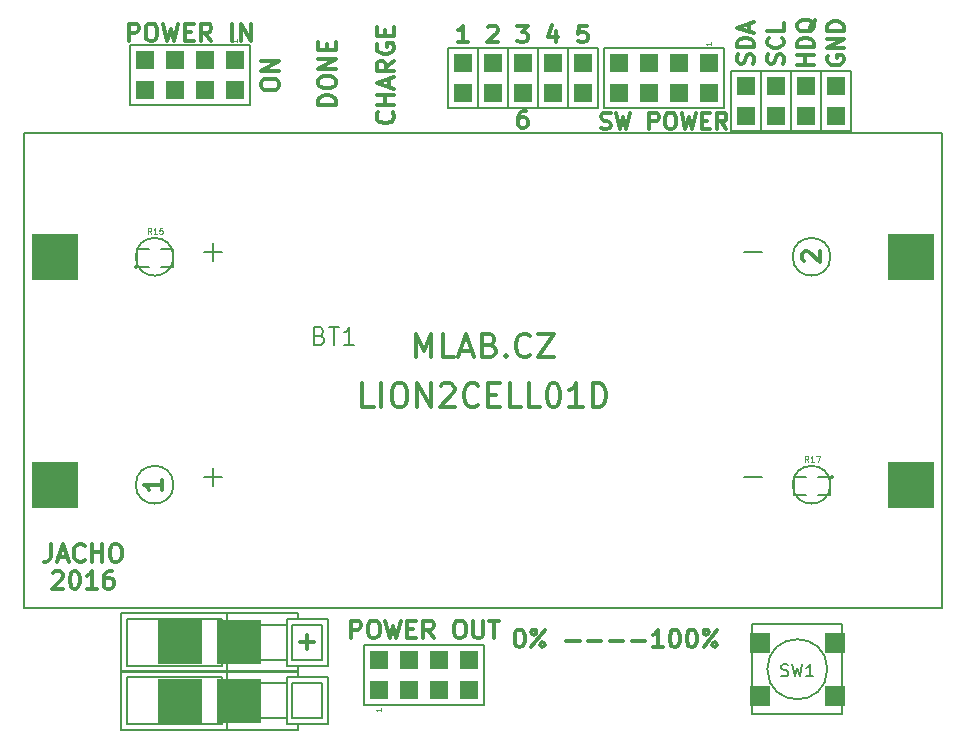
<source format=gbr>
%TF.GenerationSoftware,KiCad,Pcbnew,6.0.4-6f826c9f35~116~ubuntu20.04.1*%
%TF.CreationDate,2022-07-20T11:28:41+00:00*%
%TF.ProjectId,LION2CELL01D,4c494f4e-3243-4454-9c4c-3031442e6b69,rev?*%
%TF.SameCoordinates,Original*%
%TF.FileFunction,Legend,Top*%
%TF.FilePolarity,Positive*%
%FSLAX46Y46*%
G04 Gerber Fmt 4.6, Leading zero omitted, Abs format (unit mm)*
G04 Created by KiCad (PCBNEW 6.0.4-6f826c9f35~116~ubuntu20.04.1) date 2022-07-20 11:28:41*
%MOMM*%
%LPD*%
G01*
G04 APERTURE LIST*
%ADD10C,0.300000*%
%ADD11C,0.375000*%
%ADD12C,0.050000*%
%ADD13C,0.109220*%
%ADD14C,0.203200*%
%ADD15C,0.150000*%
%ADD16C,0.200000*%
%ADD17C,0.127000*%
%ADD18R,1.524000X1.524000*%
%ADD19R,3.810000X3.810000*%
%ADD20R,1.676400X1.676400*%
%ADD21R,4.000000X4.000000*%
G04 APERTURE END LIST*
D10*
X65971666Y56849666D02*
X66038333Y57049666D01*
X66038333Y57383000D01*
X65971666Y57516333D01*
X65905000Y57583000D01*
X65771666Y57649666D01*
X65638333Y57649666D01*
X65505000Y57583000D01*
X65438333Y57516333D01*
X65371666Y57383000D01*
X65305000Y57116333D01*
X65238333Y56983000D01*
X65171666Y56916333D01*
X65038333Y56849666D01*
X64905000Y56849666D01*
X64771666Y56916333D01*
X64705000Y56983000D01*
X64638333Y57116333D01*
X64638333Y57449666D01*
X64705000Y57649666D01*
X65905000Y59049666D02*
X65971666Y58983000D01*
X66038333Y58783000D01*
X66038333Y58649666D01*
X65971666Y58449666D01*
X65838333Y58316333D01*
X65705000Y58249666D01*
X65438333Y58183000D01*
X65238333Y58183000D01*
X64971666Y58249666D01*
X64838333Y58316333D01*
X64705000Y58449666D01*
X64638333Y58649666D01*
X64638333Y58783000D01*
X64705000Y58983000D01*
X64771666Y59049666D01*
X66038333Y60316333D02*
X66038333Y59649666D01*
X64638333Y59649666D01*
D11*
X67710928Y40147928D02*
X67639500Y40219357D01*
X67568071Y40362214D01*
X67568071Y40719357D01*
X67639500Y40862214D01*
X67710928Y40933642D01*
X67853785Y41005071D01*
X67996642Y41005071D01*
X68210928Y40933642D01*
X69068071Y40076500D01*
X69068071Y41005071D01*
D10*
X44208666Y52836666D02*
X43942000Y52836666D01*
X43808666Y52770000D01*
X43742000Y52703333D01*
X43608666Y52503333D01*
X43542000Y52236666D01*
X43542000Y51703333D01*
X43608666Y51570000D01*
X43675333Y51503333D01*
X43808666Y51436666D01*
X44075333Y51436666D01*
X44208666Y51503333D01*
X44275333Y51570000D01*
X44342000Y51703333D01*
X44342000Y52036666D01*
X44275333Y52170000D01*
X44208666Y52236666D01*
X44075333Y52303333D01*
X43808666Y52303333D01*
X43675333Y52236666D01*
X43608666Y52170000D01*
X43542000Y52036666D01*
X63431666Y56849666D02*
X63498333Y57049666D01*
X63498333Y57383000D01*
X63431666Y57516333D01*
X63365000Y57583000D01*
X63231666Y57649666D01*
X63098333Y57649666D01*
X62965000Y57583000D01*
X62898333Y57516333D01*
X62831666Y57383000D01*
X62765000Y57116333D01*
X62698333Y56983000D01*
X62631666Y56916333D01*
X62498333Y56849666D01*
X62365000Y56849666D01*
X62231666Y56916333D01*
X62165000Y56983000D01*
X62098333Y57116333D01*
X62098333Y57449666D01*
X62165000Y57649666D01*
X63498333Y58249666D02*
X62098333Y58249666D01*
X62098333Y58583000D01*
X62165000Y58783000D01*
X62298333Y58916333D01*
X62431666Y58983000D01*
X62698333Y59049666D01*
X62898333Y59049666D01*
X63165000Y58983000D01*
X63298333Y58916333D01*
X63431666Y58783000D01*
X63498333Y58583000D01*
X63498333Y58249666D01*
X63098333Y59583000D02*
X63098333Y60249666D01*
X63498333Y59449666D02*
X62098333Y59916333D01*
X63498333Y60383000D01*
D11*
X13378571Y21637571D02*
X13378571Y20780428D01*
X13378571Y21209000D02*
X11878571Y21209000D01*
X12092857Y21066142D01*
X12235714Y20923285D01*
X12307142Y20780428D01*
D10*
X43475333Y60075666D02*
X44342000Y60075666D01*
X43875333Y59542333D01*
X44075333Y59542333D01*
X44208666Y59475666D01*
X44275333Y59409000D01*
X44342000Y59275666D01*
X44342000Y58942333D01*
X44275333Y58809000D01*
X44208666Y58742333D01*
X44075333Y58675666D01*
X43675333Y58675666D01*
X43542000Y58742333D01*
X43475333Y58809000D01*
X29381428Y8211428D02*
X29381428Y9711428D01*
X29952857Y9711428D01*
X30095714Y9640000D01*
X30167142Y9568571D01*
X30238571Y9425714D01*
X30238571Y9211428D01*
X30167142Y9068571D01*
X30095714Y8997142D01*
X29952857Y8925714D01*
X29381428Y8925714D01*
X31167142Y9711428D02*
X31452857Y9711428D01*
X31595714Y9640000D01*
X31738571Y9497142D01*
X31810000Y9211428D01*
X31810000Y8711428D01*
X31738571Y8425714D01*
X31595714Y8282857D01*
X31452857Y8211428D01*
X31167142Y8211428D01*
X31024285Y8282857D01*
X30881428Y8425714D01*
X30810000Y8711428D01*
X30810000Y9211428D01*
X30881428Y9497142D01*
X31024285Y9640000D01*
X31167142Y9711428D01*
X32310000Y9711428D02*
X32667142Y8211428D01*
X32952857Y9282857D01*
X33238571Y8211428D01*
X33595714Y9711428D01*
X34167142Y8997142D02*
X34667142Y8997142D01*
X34881428Y8211428D02*
X34167142Y8211428D01*
X34167142Y9711428D01*
X34881428Y9711428D01*
X36381428Y8211428D02*
X35881428Y8925714D01*
X35524285Y8211428D02*
X35524285Y9711428D01*
X36095714Y9711428D01*
X36238571Y9640000D01*
X36310000Y9568571D01*
X36381428Y9425714D01*
X36381428Y9211428D01*
X36310000Y9068571D01*
X36238571Y8997142D01*
X36095714Y8925714D01*
X35524285Y8925714D01*
X38452857Y9711428D02*
X38738571Y9711428D01*
X38881428Y9640000D01*
X39024285Y9497142D01*
X39095714Y9211428D01*
X39095714Y8711428D01*
X39024285Y8425714D01*
X38881428Y8282857D01*
X38738571Y8211428D01*
X38452857Y8211428D01*
X38310000Y8282857D01*
X38167142Y8425714D01*
X38095714Y8711428D01*
X38095714Y9211428D01*
X38167142Y9497142D01*
X38310000Y9640000D01*
X38452857Y9711428D01*
X39738571Y9711428D02*
X39738571Y8497142D01*
X39810000Y8354285D01*
X39881428Y8282857D01*
X40024285Y8211428D01*
X40310000Y8211428D01*
X40452857Y8282857D01*
X40524285Y8354285D01*
X40595714Y8497142D01*
X40595714Y9711428D01*
X41095714Y9711428D02*
X41952857Y9711428D01*
X41524285Y8211428D02*
X41524285Y9711428D01*
X39262000Y58675666D02*
X38462000Y58675666D01*
X38862000Y58675666D02*
X38862000Y60075666D01*
X38728666Y59875666D01*
X38595333Y59742333D01*
X38462000Y59675666D01*
X25082571Y7893857D02*
X26225428Y7893857D01*
X25654000Y7322428D02*
X25654000Y8465285D01*
X49355333Y60075666D02*
X48688666Y60075666D01*
X48622000Y59409000D01*
X48688666Y59475666D01*
X48822000Y59542333D01*
X49155333Y59542333D01*
X49288666Y59475666D01*
X49355333Y59409000D01*
X49422000Y59275666D01*
X49422000Y58942333D01*
X49355333Y58809000D01*
X49288666Y58742333D01*
X49155333Y58675666D01*
X48822000Y58675666D01*
X48688666Y58742333D01*
X48622000Y58809000D01*
X3981000Y16188428D02*
X3981000Y15117000D01*
X3909571Y14902714D01*
X3766714Y14759857D01*
X3552428Y14688428D01*
X3409571Y14688428D01*
X4623857Y15117000D02*
X5338142Y15117000D01*
X4481000Y14688428D02*
X4981000Y16188428D01*
X5481000Y14688428D01*
X6838142Y14831285D02*
X6766714Y14759857D01*
X6552428Y14688428D01*
X6409571Y14688428D01*
X6195285Y14759857D01*
X6052428Y14902714D01*
X5981000Y15045571D01*
X5909571Y15331285D01*
X5909571Y15545571D01*
X5981000Y15831285D01*
X6052428Y15974142D01*
X6195285Y16117000D01*
X6409571Y16188428D01*
X6552428Y16188428D01*
X6766714Y16117000D01*
X6838142Y16045571D01*
X7481000Y14688428D02*
X7481000Y16188428D01*
X7481000Y15474142D02*
X8338142Y15474142D01*
X8338142Y14688428D02*
X8338142Y16188428D01*
X9338142Y16188428D02*
X9623857Y16188428D01*
X9766714Y16117000D01*
X9909571Y15974142D01*
X9981000Y15688428D01*
X9981000Y15188428D01*
X9909571Y14902714D01*
X9766714Y14759857D01*
X9623857Y14688428D01*
X9338142Y14688428D01*
X9195285Y14759857D01*
X9052428Y14902714D01*
X8981000Y15188428D01*
X8981000Y15688428D01*
X9052428Y15974142D01*
X9195285Y16117000D01*
X9338142Y16188428D01*
X28110571Y53364142D02*
X26610571Y53364142D01*
X26610571Y53721285D01*
X26682000Y53935571D01*
X26824857Y54078428D01*
X26967714Y54149857D01*
X27253428Y54221285D01*
X27467714Y54221285D01*
X27753428Y54149857D01*
X27896285Y54078428D01*
X28039142Y53935571D01*
X28110571Y53721285D01*
X28110571Y53364142D01*
X26610571Y55149857D02*
X26610571Y55435571D01*
X26682000Y55578428D01*
X26824857Y55721285D01*
X27110571Y55792714D01*
X27610571Y55792714D01*
X27896285Y55721285D01*
X28039142Y55578428D01*
X28110571Y55435571D01*
X28110571Y55149857D01*
X28039142Y55007000D01*
X27896285Y54864142D01*
X27610571Y54792714D01*
X27110571Y54792714D01*
X26824857Y54864142D01*
X26682000Y55007000D01*
X26610571Y55149857D01*
X28110571Y56435571D02*
X26610571Y56435571D01*
X28110571Y57292714D01*
X26610571Y57292714D01*
X27324857Y58007000D02*
X27324857Y58507000D01*
X28110571Y58721285D02*
X28110571Y58007000D01*
X26610571Y58007000D01*
X26610571Y58721285D01*
X50580000Y51376333D02*
X50780000Y51309666D01*
X51113333Y51309666D01*
X51246666Y51376333D01*
X51313333Y51443000D01*
X51380000Y51576333D01*
X51380000Y51709666D01*
X51313333Y51843000D01*
X51246666Y51909666D01*
X51113333Y51976333D01*
X50846666Y52043000D01*
X50713333Y52109666D01*
X50646666Y52176333D01*
X50580000Y52309666D01*
X50580000Y52443000D01*
X50646666Y52576333D01*
X50713333Y52643000D01*
X50846666Y52709666D01*
X51180000Y52709666D01*
X51380000Y52643000D01*
X51846666Y52709666D02*
X52180000Y51309666D01*
X52446666Y52309666D01*
X52713333Y51309666D01*
X53046666Y52709666D01*
X54646666Y51309666D02*
X54646666Y52709666D01*
X55180000Y52709666D01*
X55313333Y52643000D01*
X55380000Y52576333D01*
X55446666Y52443000D01*
X55446666Y52243000D01*
X55380000Y52109666D01*
X55313333Y52043000D01*
X55180000Y51976333D01*
X54646666Y51976333D01*
X56313333Y52709666D02*
X56580000Y52709666D01*
X56713333Y52643000D01*
X56846666Y52509666D01*
X56913333Y52243000D01*
X56913333Y51776333D01*
X56846666Y51509666D01*
X56713333Y51376333D01*
X56580000Y51309666D01*
X56313333Y51309666D01*
X56180000Y51376333D01*
X56046666Y51509666D01*
X55980000Y51776333D01*
X55980000Y52243000D01*
X56046666Y52509666D01*
X56180000Y52643000D01*
X56313333Y52709666D01*
X57380000Y52709666D02*
X57713333Y51309666D01*
X57980000Y52309666D01*
X58246666Y51309666D01*
X58580000Y52709666D01*
X59113333Y52043000D02*
X59580000Y52043000D01*
X59780000Y51309666D02*
X59113333Y51309666D01*
X59113333Y52709666D01*
X59780000Y52709666D01*
X61180000Y51309666D02*
X60713333Y51976333D01*
X60380000Y51309666D02*
X60380000Y52709666D01*
X60913333Y52709666D01*
X61046666Y52643000D01*
X61113333Y52576333D01*
X61180000Y52443000D01*
X61180000Y52243000D01*
X61113333Y52109666D01*
X61046666Y52043000D01*
X60913333Y51976333D01*
X60380000Y51976333D01*
X41002000Y59942333D02*
X41068666Y60009000D01*
X41202000Y60075666D01*
X41535333Y60075666D01*
X41668666Y60009000D01*
X41735333Y59942333D01*
X41802000Y59809000D01*
X41802000Y59675666D01*
X41735333Y59475666D01*
X40935333Y58675666D01*
X41802000Y58675666D01*
X21784571Y54951428D02*
X21784571Y55237142D01*
X21856000Y55380000D01*
X21998857Y55522857D01*
X22284571Y55594285D01*
X22784571Y55594285D01*
X23070285Y55522857D01*
X23213142Y55380000D01*
X23284571Y55237142D01*
X23284571Y54951428D01*
X23213142Y54808571D01*
X23070285Y54665714D01*
X22784571Y54594285D01*
X22284571Y54594285D01*
X21998857Y54665714D01*
X21856000Y54808571D01*
X21784571Y54951428D01*
X23284571Y56237142D02*
X21784571Y56237142D01*
X23284571Y57094285D01*
X21784571Y57094285D01*
X69785000Y57522666D02*
X69718333Y57389333D01*
X69718333Y57189333D01*
X69785000Y56989333D01*
X69918333Y56856000D01*
X70051666Y56789333D01*
X70318333Y56722666D01*
X70518333Y56722666D01*
X70785000Y56789333D01*
X70918333Y56856000D01*
X71051666Y56989333D01*
X71118333Y57189333D01*
X71118333Y57322666D01*
X71051666Y57522666D01*
X70985000Y57589333D01*
X70518333Y57589333D01*
X70518333Y57322666D01*
X71118333Y58189333D02*
X69718333Y58189333D01*
X71118333Y58989333D01*
X69718333Y58989333D01*
X71118333Y59656000D02*
X69718333Y59656000D01*
X69718333Y59989333D01*
X69785000Y60189333D01*
X69918333Y60322666D01*
X70051666Y60389333D01*
X70318333Y60456000D01*
X70518333Y60456000D01*
X70785000Y60389333D01*
X70918333Y60322666D01*
X71051666Y60189333D01*
X71118333Y59989333D01*
X71118333Y59656000D01*
X4159571Y13759571D02*
X4231000Y13831000D01*
X4373857Y13902428D01*
X4731000Y13902428D01*
X4873857Y13831000D01*
X4945285Y13759571D01*
X5016714Y13616714D01*
X5016714Y13473857D01*
X4945285Y13259571D01*
X4088142Y12402428D01*
X5016714Y12402428D01*
X5945285Y13902428D02*
X6088142Y13902428D01*
X6231000Y13831000D01*
X6302428Y13759571D01*
X6373857Y13616714D01*
X6445285Y13331000D01*
X6445285Y12973857D01*
X6373857Y12688142D01*
X6302428Y12545285D01*
X6231000Y12473857D01*
X6088142Y12402428D01*
X5945285Y12402428D01*
X5802428Y12473857D01*
X5731000Y12545285D01*
X5659571Y12688142D01*
X5588142Y12973857D01*
X5588142Y13331000D01*
X5659571Y13616714D01*
X5731000Y13759571D01*
X5802428Y13831000D01*
X5945285Y13902428D01*
X7873857Y12402428D02*
X7016714Y12402428D01*
X7445285Y12402428D02*
X7445285Y13902428D01*
X7302428Y13688142D01*
X7159571Y13545285D01*
X7016714Y13473857D01*
X9159571Y13902428D02*
X8873857Y13902428D01*
X8731000Y13831000D01*
X8659571Y13759571D01*
X8516714Y13545285D01*
X8445285Y13259571D01*
X8445285Y12688142D01*
X8516714Y12545285D01*
X8588142Y12473857D01*
X8731000Y12402428D01*
X9016714Y12402428D01*
X9159571Y12473857D01*
X9231000Y12545285D01*
X9302428Y12688142D01*
X9302428Y13045285D01*
X9231000Y13188142D01*
X9159571Y13259571D01*
X9016714Y13331000D01*
X8731000Y13331000D01*
X8588142Y13259571D01*
X8516714Y13188142D01*
X8445285Y13045285D01*
X10569428Y58757428D02*
X10569428Y60257428D01*
X11140857Y60257428D01*
X11283714Y60186000D01*
X11355142Y60114571D01*
X11426571Y59971714D01*
X11426571Y59757428D01*
X11355142Y59614571D01*
X11283714Y59543142D01*
X11140857Y59471714D01*
X10569428Y59471714D01*
X12355142Y60257428D02*
X12640857Y60257428D01*
X12783714Y60186000D01*
X12926571Y60043142D01*
X12998000Y59757428D01*
X12998000Y59257428D01*
X12926571Y58971714D01*
X12783714Y58828857D01*
X12640857Y58757428D01*
X12355142Y58757428D01*
X12212285Y58828857D01*
X12069428Y58971714D01*
X11998000Y59257428D01*
X11998000Y59757428D01*
X12069428Y60043142D01*
X12212285Y60186000D01*
X12355142Y60257428D01*
X13498000Y60257428D02*
X13855142Y58757428D01*
X14140857Y59828857D01*
X14426571Y58757428D01*
X14783714Y60257428D01*
X15355142Y59543142D02*
X15855142Y59543142D01*
X16069428Y58757428D02*
X15355142Y58757428D01*
X15355142Y60257428D01*
X16069428Y60257428D01*
X17569428Y58757428D02*
X17069428Y59471714D01*
X16712285Y58757428D02*
X16712285Y60257428D01*
X17283714Y60257428D01*
X17426571Y60186000D01*
X17498000Y60114571D01*
X17569428Y59971714D01*
X17569428Y59757428D01*
X17498000Y59614571D01*
X17426571Y59543142D01*
X17283714Y59471714D01*
X16712285Y59471714D01*
X19355142Y58757428D02*
X19355142Y60257428D01*
X20069428Y58757428D02*
X20069428Y60257428D01*
X20926571Y58757428D01*
X20926571Y60257428D01*
X34878095Y31988238D02*
X34878095Y33988238D01*
X35544761Y32559666D01*
X36211428Y33988238D01*
X36211428Y31988238D01*
X38116190Y31988238D02*
X37163809Y31988238D01*
X37163809Y33988238D01*
X38687619Y32559666D02*
X39640000Y32559666D01*
X38497142Y31988238D02*
X39163809Y33988238D01*
X39830476Y31988238D01*
X41163809Y33035857D02*
X41449523Y32940619D01*
X41544761Y32845380D01*
X41640000Y32654904D01*
X41640000Y32369190D01*
X41544761Y32178714D01*
X41449523Y32083476D01*
X41259047Y31988238D01*
X40497142Y31988238D01*
X40497142Y33988238D01*
X41163809Y33988238D01*
X41354285Y33893000D01*
X41449523Y33797761D01*
X41544761Y33607285D01*
X41544761Y33416809D01*
X41449523Y33226333D01*
X41354285Y33131095D01*
X41163809Y33035857D01*
X40497142Y33035857D01*
X42497142Y32178714D02*
X42592380Y32083476D01*
X42497142Y31988238D01*
X42401904Y32083476D01*
X42497142Y32178714D01*
X42497142Y31988238D01*
X44592380Y32178714D02*
X44497142Y32083476D01*
X44211428Y31988238D01*
X44020952Y31988238D01*
X43735238Y32083476D01*
X43544761Y32273952D01*
X43449523Y32464428D01*
X43354285Y32845380D01*
X43354285Y33131095D01*
X43449523Y33512047D01*
X43544761Y33702523D01*
X43735238Y33893000D01*
X44020952Y33988238D01*
X44211428Y33988238D01*
X44497142Y33893000D01*
X44592380Y33797761D01*
X45259047Y33988238D02*
X46592380Y33988238D01*
X45259047Y31988238D01*
X46592380Y31988238D01*
X31306666Y27797238D02*
X30354285Y27797238D01*
X30354285Y29797238D01*
X31973333Y27797238D02*
X31973333Y29797238D01*
X33306666Y29797238D02*
X33687619Y29797238D01*
X33878095Y29702000D01*
X34068571Y29511523D01*
X34163809Y29130571D01*
X34163809Y28463904D01*
X34068571Y28082952D01*
X33878095Y27892476D01*
X33687619Y27797238D01*
X33306666Y27797238D01*
X33116190Y27892476D01*
X32925714Y28082952D01*
X32830476Y28463904D01*
X32830476Y29130571D01*
X32925714Y29511523D01*
X33116190Y29702000D01*
X33306666Y29797238D01*
X35020952Y27797238D02*
X35020952Y29797238D01*
X36163809Y27797238D01*
X36163809Y29797238D01*
X37020952Y29606761D02*
X37116190Y29702000D01*
X37306666Y29797238D01*
X37782857Y29797238D01*
X37973333Y29702000D01*
X38068571Y29606761D01*
X38163809Y29416285D01*
X38163809Y29225809D01*
X38068571Y28940095D01*
X36925714Y27797238D01*
X38163809Y27797238D01*
X40163809Y27987714D02*
X40068571Y27892476D01*
X39782857Y27797238D01*
X39592380Y27797238D01*
X39306666Y27892476D01*
X39116190Y28082952D01*
X39020952Y28273428D01*
X38925714Y28654380D01*
X38925714Y28940095D01*
X39020952Y29321047D01*
X39116190Y29511523D01*
X39306666Y29702000D01*
X39592380Y29797238D01*
X39782857Y29797238D01*
X40068571Y29702000D01*
X40163809Y29606761D01*
X41020952Y28844857D02*
X41687619Y28844857D01*
X41973333Y27797238D02*
X41020952Y27797238D01*
X41020952Y29797238D01*
X41973333Y29797238D01*
X43782857Y27797238D02*
X42830476Y27797238D01*
X42830476Y29797238D01*
X45401904Y27797238D02*
X44449523Y27797238D01*
X44449523Y29797238D01*
X46449523Y29797238D02*
X46640000Y29797238D01*
X46830476Y29702000D01*
X46925714Y29606761D01*
X47020952Y29416285D01*
X47116190Y29035333D01*
X47116190Y28559142D01*
X47020952Y28178190D01*
X46925714Y27987714D01*
X46830476Y27892476D01*
X46640000Y27797238D01*
X46449523Y27797238D01*
X46259047Y27892476D01*
X46163809Y27987714D01*
X46068571Y28178190D01*
X45973333Y28559142D01*
X45973333Y29035333D01*
X46068571Y29416285D01*
X46163809Y29606761D01*
X46259047Y29702000D01*
X46449523Y29797238D01*
X49020952Y27797238D02*
X47878095Y27797238D01*
X48449523Y27797238D02*
X48449523Y29797238D01*
X48259047Y29511523D01*
X48068571Y29321047D01*
X47878095Y29225809D01*
X49878095Y27797238D02*
X49878095Y29797238D01*
X50354285Y29797238D01*
X50640000Y29702000D01*
X50830476Y29511523D01*
X50925714Y29321047D01*
X51020952Y28940095D01*
X51020952Y28654380D01*
X50925714Y28273428D01*
X50830476Y28082952D01*
X50640000Y27892476D01*
X50354285Y27797238D01*
X49878095Y27797238D01*
X46748666Y59609000D02*
X46748666Y58675666D01*
X46415333Y60142333D02*
X46082000Y59142333D01*
X46948666Y59142333D01*
X68578333Y56789333D02*
X67178333Y56789333D01*
X67845000Y56789333D02*
X67845000Y57589333D01*
X68578333Y57589333D02*
X67178333Y57589333D01*
X68578333Y58256000D02*
X67178333Y58256000D01*
X67178333Y58589333D01*
X67245000Y58789333D01*
X67378333Y58922666D01*
X67511666Y58989333D01*
X67778333Y59056000D01*
X67978333Y59056000D01*
X68245000Y58989333D01*
X68378333Y58922666D01*
X68511666Y58789333D01*
X68578333Y58589333D01*
X68578333Y58256000D01*
X68711666Y60589333D02*
X68645000Y60456000D01*
X68511666Y60322666D01*
X68311666Y60122666D01*
X68245000Y59989333D01*
X68245000Y59856000D01*
X68578333Y59922666D02*
X68511666Y59789333D01*
X68378333Y59656000D01*
X68111666Y59589333D01*
X67645000Y59589333D01*
X67378333Y59656000D01*
X67245000Y59789333D01*
X67178333Y59922666D01*
X67178333Y60189333D01*
X67245000Y60322666D01*
X67378333Y60456000D01*
X67645000Y60522666D01*
X68111666Y60522666D01*
X68378333Y60456000D01*
X68511666Y60322666D01*
X68578333Y60189333D01*
X68578333Y59922666D01*
X32920714Y52737142D02*
X32992142Y52665714D01*
X33063571Y52451428D01*
X33063571Y52308571D01*
X32992142Y52094285D01*
X32849285Y51951428D01*
X32706428Y51880000D01*
X32420714Y51808571D01*
X32206428Y51808571D01*
X31920714Y51880000D01*
X31777857Y51951428D01*
X31635000Y52094285D01*
X31563571Y52308571D01*
X31563571Y52451428D01*
X31635000Y52665714D01*
X31706428Y52737142D01*
X33063571Y53380000D02*
X31563571Y53380000D01*
X32277857Y53380000D02*
X32277857Y54237142D01*
X33063571Y54237142D02*
X31563571Y54237142D01*
X32635000Y54880000D02*
X32635000Y55594285D01*
X33063571Y54737142D02*
X31563571Y55237142D01*
X33063571Y55737142D01*
X33063571Y57094285D02*
X32349285Y56594285D01*
X33063571Y56237142D02*
X31563571Y56237142D01*
X31563571Y56808571D01*
X31635000Y56951428D01*
X31706428Y57022857D01*
X31849285Y57094285D01*
X32063571Y57094285D01*
X32206428Y57022857D01*
X32277857Y56951428D01*
X32349285Y56808571D01*
X32349285Y56237142D01*
X31635000Y58522857D02*
X31563571Y58380000D01*
X31563571Y58165714D01*
X31635000Y57951428D01*
X31777857Y57808571D01*
X31920714Y57737142D01*
X32206428Y57665714D01*
X32420714Y57665714D01*
X32706428Y57737142D01*
X32849285Y57808571D01*
X32992142Y57951428D01*
X33063571Y58165714D01*
X33063571Y58308571D01*
X32992142Y58522857D01*
X32920714Y58594285D01*
X32420714Y58594285D01*
X32420714Y58308571D01*
X32277857Y59237142D02*
X32277857Y59737142D01*
X33063571Y59951428D02*
X33063571Y59237142D01*
X31563571Y59237142D01*
X31563571Y59951428D01*
X43601714Y8949428D02*
X43744571Y8949428D01*
X43887428Y8878000D01*
X43958857Y8806571D01*
X44030285Y8663714D01*
X44101714Y8378000D01*
X44101714Y8020857D01*
X44030285Y7735142D01*
X43958857Y7592285D01*
X43887428Y7520857D01*
X43744571Y7449428D01*
X43601714Y7449428D01*
X43458857Y7520857D01*
X43387428Y7592285D01*
X43316000Y7735142D01*
X43244571Y8020857D01*
X43244571Y8378000D01*
X43316000Y8663714D01*
X43387428Y8806571D01*
X43458857Y8878000D01*
X43601714Y8949428D01*
X44673142Y7449428D02*
X45816000Y8949428D01*
X44887428Y8949428D02*
X45030285Y8878000D01*
X45101714Y8735142D01*
X45030285Y8592285D01*
X44887428Y8520857D01*
X44744571Y8592285D01*
X44673142Y8735142D01*
X44744571Y8878000D01*
X44887428Y8949428D01*
X45744571Y7520857D02*
X45816000Y7663714D01*
X45744571Y7806571D01*
X45601714Y7878000D01*
X45458857Y7806571D01*
X45387428Y7663714D01*
X45458857Y7520857D01*
X45601714Y7449428D01*
X45744571Y7520857D01*
X47601714Y8020857D02*
X48744571Y8020857D01*
X49458857Y8020857D02*
X50601714Y8020857D01*
X51316000Y8020857D02*
X52458857Y8020857D01*
X53173142Y8020857D02*
X54316000Y8020857D01*
X55816000Y7449428D02*
X54958857Y7449428D01*
X55387428Y7449428D02*
X55387428Y8949428D01*
X55244571Y8735142D01*
X55101714Y8592285D01*
X54958857Y8520857D01*
X56744571Y8949428D02*
X56887428Y8949428D01*
X57030285Y8878000D01*
X57101714Y8806571D01*
X57173142Y8663714D01*
X57244571Y8378000D01*
X57244571Y8020857D01*
X57173142Y7735142D01*
X57101714Y7592285D01*
X57030285Y7520857D01*
X56887428Y7449428D01*
X56744571Y7449428D01*
X56601714Y7520857D01*
X56530285Y7592285D01*
X56458857Y7735142D01*
X56387428Y8020857D01*
X56387428Y8378000D01*
X56458857Y8663714D01*
X56530285Y8806571D01*
X56601714Y8878000D01*
X56744571Y8949428D01*
X58173142Y8949428D02*
X58316000Y8949428D01*
X58458857Y8878000D01*
X58530285Y8806571D01*
X58601714Y8663714D01*
X58673142Y8378000D01*
X58673142Y8020857D01*
X58601714Y7735142D01*
X58530285Y7592285D01*
X58458857Y7520857D01*
X58316000Y7449428D01*
X58173142Y7449428D01*
X58030285Y7520857D01*
X57958857Y7592285D01*
X57887428Y7735142D01*
X57816000Y8020857D01*
X57816000Y8378000D01*
X57887428Y8663714D01*
X57958857Y8806571D01*
X58030285Y8878000D01*
X58173142Y8949428D01*
X59244571Y7449428D02*
X60387428Y8949428D01*
X59458857Y8949428D02*
X59601714Y8878000D01*
X59673142Y8735142D01*
X59601714Y8592285D01*
X59458857Y8520857D01*
X59316000Y8592285D01*
X59244571Y8735142D01*
X59316000Y8878000D01*
X59458857Y8949428D01*
X60316000Y7520857D02*
X60387428Y7663714D01*
X60316000Y7806571D01*
X60173142Y7878000D01*
X60030285Y7806571D01*
X59958857Y7663714D01*
X60030285Y7520857D01*
X60173142Y7449428D01*
X60316000Y7520857D01*
D12*
%TO.C,J1*%
X19784190Y58943857D02*
X19784190Y58658142D01*
X19784190Y58801000D02*
X19284190Y58801000D01*
X19355619Y58753380D01*
X19403238Y58705761D01*
X19427047Y58658142D01*
%TO.C,J7*%
X31976190Y2301857D02*
X31976190Y2016142D01*
X31976190Y2159000D02*
X31476190Y2159000D01*
X31547619Y2111380D01*
X31595238Y2063761D01*
X31619047Y2016142D01*
%TO.C,J13*%
X59916190Y58689857D02*
X59916190Y58404142D01*
X59916190Y58547000D02*
X59416190Y58547000D01*
X59487619Y58499380D01*
X59535238Y58451761D01*
X59559047Y58404142D01*
D13*
%TO.C,R15*%
X12505327Y42445637D02*
X12338533Y42683913D01*
X12219395Y42445637D02*
X12219395Y42946017D01*
X12410016Y42946017D01*
X12457671Y42922190D01*
X12481499Y42898362D01*
X12505327Y42850707D01*
X12505327Y42779224D01*
X12481499Y42731569D01*
X12457671Y42707741D01*
X12410016Y42683913D01*
X12219395Y42683913D01*
X12981879Y42445637D02*
X12695948Y42445637D01*
X12838913Y42445637D02*
X12838913Y42946017D01*
X12791258Y42874534D01*
X12743603Y42826879D01*
X12695948Y42803051D01*
X13434604Y42946017D02*
X13196328Y42946017D01*
X13172500Y42707741D01*
X13196328Y42731569D01*
X13243983Y42755396D01*
X13363121Y42755396D01*
X13410776Y42731569D01*
X13434604Y42707741D01*
X13458431Y42660086D01*
X13458431Y42540948D01*
X13434604Y42493292D01*
X13410776Y42469465D01*
X13363121Y42445637D01*
X13243983Y42445637D01*
X13196328Y42469465D01*
X13172500Y42493292D01*
%TO.C,R17*%
X68131327Y23141637D02*
X67964533Y23379913D01*
X67845395Y23141637D02*
X67845395Y23642017D01*
X68036016Y23642017D01*
X68083671Y23618190D01*
X68107499Y23594362D01*
X68131327Y23546707D01*
X68131327Y23475224D01*
X68107499Y23427569D01*
X68083671Y23403741D01*
X68036016Y23379913D01*
X67845395Y23379913D01*
X68607879Y23141637D02*
X68321948Y23141637D01*
X68464913Y23141637D02*
X68464913Y23642017D01*
X68417258Y23570534D01*
X68369603Y23522879D01*
X68321948Y23499051D01*
X68774672Y23642017D02*
X69108259Y23642017D01*
X68893810Y23141637D01*
D14*
%TO.C,SW1*%
X65828333Y5049761D02*
X65973476Y5001380D01*
X66215380Y5001380D01*
X66312142Y5049761D01*
X66360523Y5098142D01*
X66408904Y5194904D01*
X66408904Y5291666D01*
X66360523Y5388428D01*
X66312142Y5436809D01*
X66215380Y5485190D01*
X66021857Y5533571D01*
X65925095Y5581952D01*
X65876714Y5630333D01*
X65828333Y5727095D01*
X65828333Y5823857D01*
X65876714Y5920619D01*
X65925095Y5969000D01*
X66021857Y6017380D01*
X66263761Y6017380D01*
X66408904Y5969000D01*
X66747571Y6017380D02*
X66989476Y5001380D01*
X67183000Y5727095D01*
X67376523Y5001380D01*
X67618428Y6017380D01*
X68537666Y5001380D02*
X67957095Y5001380D01*
X68247380Y5001380D02*
X68247380Y6017380D01*
X68150619Y5872238D01*
X68053857Y5775476D01*
X67957095Y5727095D01*
D15*
%TO.C,BT1*%
X26761428Y33825642D02*
X26975714Y33754214D01*
X27047142Y33682785D01*
X27118571Y33539928D01*
X27118571Y33325642D01*
X27047142Y33182785D01*
X26975714Y33111357D01*
X26832857Y33039928D01*
X26261428Y33039928D01*
X26261428Y34539928D01*
X26761428Y34539928D01*
X26904285Y34468500D01*
X26975714Y34397071D01*
X27047142Y34254214D01*
X27047142Y34111357D01*
X26975714Y33968500D01*
X26904285Y33897071D01*
X26761428Y33825642D01*
X26261428Y33825642D01*
X27547142Y34539928D02*
X28404285Y34539928D01*
X27975714Y33039928D02*
X27975714Y34539928D01*
X29690000Y33039928D02*
X28832857Y33039928D01*
X29261428Y33039928D02*
X29261428Y34539928D01*
X29118571Y34325642D01*
X28975714Y34182785D01*
X28832857Y34111357D01*
D16*
X62674595Y21828142D02*
X64198404Y21828142D01*
X16954595Y40878142D02*
X18478404Y40878142D01*
X17716500Y40116238D02*
X17716500Y41640047D01*
X16954595Y21828142D02*
X18478404Y21828142D01*
X17716500Y21066238D02*
X17716500Y22590047D01*
X62674595Y40878142D02*
X64198404Y40878142D01*
D15*
%TO.C,J1*%
X10668000Y58420000D02*
X20828000Y58420000D01*
X20828000Y58420000D02*
X20828000Y53340000D01*
X10668000Y53340000D02*
X10668000Y58420000D01*
X20828000Y53340000D02*
X10668000Y53340000D01*
%TO.C,J2*%
X50292000Y58166000D02*
X50292000Y53086000D01*
X50292000Y53086000D02*
X47752000Y53086000D01*
X47752000Y53086000D02*
X47752000Y58166000D01*
X47752000Y58166000D02*
X50292000Y58166000D01*
%TO.C,J3*%
X37592000Y53086000D02*
X37592000Y58166000D01*
X40132000Y53086000D02*
X37592000Y53086000D01*
X40132000Y58166000D02*
X40132000Y53086000D01*
X37592000Y58166000D02*
X40132000Y58166000D01*
%TO.C,J4*%
X45212000Y53086000D02*
X42672000Y53086000D01*
X42672000Y58166000D02*
X45212000Y58166000D01*
X45212000Y58166000D02*
X45212000Y53086000D01*
X42672000Y53086000D02*
X42672000Y58166000D01*
%TO.C,J5*%
X47752000Y53086000D02*
X45212000Y53086000D01*
X45212000Y58166000D02*
X47752000Y58166000D01*
X45212000Y53086000D02*
X45212000Y58166000D01*
X47752000Y58166000D02*
X47752000Y53086000D01*
%TO.C,J6*%
X42672000Y53086000D02*
X40132000Y53086000D01*
X40132000Y58166000D02*
X42672000Y58166000D01*
X42672000Y58166000D02*
X42672000Y53086000D01*
X40132000Y53086000D02*
X40132000Y58166000D01*
%TO.C,J7*%
X40640000Y2540000D02*
X30480000Y2540000D01*
X30480000Y2540000D02*
X30480000Y7620000D01*
X30480000Y7620000D02*
X40640000Y7620000D01*
X40640000Y7620000D02*
X40640000Y2540000D01*
%TO.C,J9*%
X18438900Y4921000D02*
X18438900Y921000D01*
X20939000Y1420900D02*
X20939000Y4421100D01*
X10438900Y921000D02*
X10438900Y4921000D01*
X9939000Y5421000D02*
X18939000Y5421000D01*
X24439100Y1421000D02*
X26939000Y1421000D01*
X23939000Y4921000D02*
X27440000Y4921000D01*
X18438900Y1921000D02*
X18939000Y1921000D01*
X20939000Y4421000D02*
X23939000Y4421000D01*
X10438900Y921000D02*
X18438900Y921000D01*
X18939000Y5421000D02*
X24939000Y5421000D01*
X18939000Y420900D02*
X18939000Y5421100D01*
X26939000Y1420000D02*
X26939000Y4422000D01*
X10438900Y4921000D02*
X18438900Y4921000D01*
X24439100Y4421000D02*
X26939000Y4421000D01*
X27439100Y4921000D02*
X27439100Y921000D01*
X9939000Y420900D02*
X9939000Y5421100D01*
X23939000Y921000D02*
X27439100Y921000D01*
X18939000Y421000D02*
X9939000Y421000D01*
X24439100Y1420000D02*
X24439100Y4422000D01*
X24939000Y4921000D02*
X24939000Y5421000D01*
X24939000Y421000D02*
X24939000Y921000D01*
X20939000Y1421000D02*
X23939000Y1421000D01*
X18939000Y421000D02*
X24939000Y421000D01*
X23939000Y4921000D02*
X23939000Y921000D01*
X18438900Y3921000D02*
X18939000Y3921000D01*
%TO.C,J10*%
X61595000Y51181000D02*
X61595000Y56261000D01*
X61595000Y56261000D02*
X64135000Y56261000D01*
X64135000Y56261000D02*
X64135000Y51181000D01*
X64135000Y51181000D02*
X61595000Y51181000D01*
%TO.C,J11*%
X66675000Y56261000D02*
X66675000Y51181000D01*
X66675000Y51181000D02*
X64135000Y51181000D01*
X64135000Y51181000D02*
X64135000Y56261000D01*
X64135000Y56261000D02*
X66675000Y56261000D01*
%TO.C,J12*%
X69215000Y51181000D02*
X66675000Y51181000D01*
X69215000Y56261000D02*
X69215000Y51181000D01*
X66675000Y56261000D02*
X69215000Y56261000D01*
X66675000Y51181000D02*
X66675000Y56261000D01*
%TO.C,J13*%
X60960000Y58166000D02*
X60960000Y53086000D01*
X50800000Y53086000D02*
X50800000Y58166000D01*
X50800000Y58166000D02*
X60960000Y58166000D01*
X60960000Y53086000D02*
X50800000Y53086000D01*
%TO.C,R15*%
X13335000Y41148000D02*
X14351000Y41148000D01*
X14351000Y41148000D02*
X14351000Y39624000D01*
X12319000Y39624000D02*
X11303000Y39624000D01*
X14351000Y39624000D02*
X13335000Y39624000D01*
X11303000Y39624000D02*
X11303000Y41148000D01*
X11303000Y41148000D02*
X12319000Y41148000D01*
X11303000Y39624000D02*
G75*
G03*
X11303000Y39624000I-127000J0D01*
G01*
%TO.C,R17*%
X69977000Y21844000D02*
X69977000Y20320000D01*
X66929000Y21844000D02*
X67945000Y21844000D01*
X68961000Y21844000D02*
X69977000Y21844000D01*
X66929000Y20320000D02*
X66929000Y21844000D01*
X67945000Y20320000D02*
X66929000Y20320000D01*
X69977000Y20320000D02*
X68961000Y20320000D01*
X70231000Y21844000D02*
G75*
G03*
X70231000Y21844000I-127000J0D01*
G01*
%TO.C,J8*%
X18939000Y10374000D02*
X24939000Y10374000D01*
X9939000Y5373900D02*
X9939000Y10374100D01*
X20939000Y9374000D02*
X23939000Y9374000D01*
X9939000Y10374000D02*
X18939000Y10374000D01*
X24439100Y9374000D02*
X26939000Y9374000D01*
X18939000Y5373900D02*
X18939000Y10374100D01*
X24939000Y5374000D02*
X24939000Y5874000D01*
X10438900Y9874000D02*
X18438900Y9874000D01*
X23939000Y9874000D02*
X23939000Y5874000D01*
X24939000Y9874000D02*
X24939000Y10374000D01*
X26939000Y6373000D02*
X26939000Y9375000D01*
X27439100Y9874000D02*
X27439100Y5874000D01*
X24439100Y6374000D02*
X26939000Y6374000D01*
X20939000Y6374000D02*
X23939000Y6374000D01*
X18438900Y6874000D02*
X18939000Y6874000D01*
X18438900Y9874000D02*
X18438900Y5874000D01*
X24439100Y6373000D02*
X24439100Y9375000D01*
X10438900Y5874000D02*
X10438900Y9874000D01*
X10438900Y5874000D02*
X18438900Y5874000D01*
X23939000Y9874000D02*
X27440000Y9874000D01*
X23939000Y5874000D02*
X27439100Y5874000D01*
X20939000Y6373900D02*
X20939000Y9374100D01*
X18438900Y8874000D02*
X18939000Y8874000D01*
X18939000Y5374000D02*
X9939000Y5374000D01*
X18939000Y5374000D02*
X24939000Y5374000D01*
D17*
%TO.C,SW1*%
X63373000Y9398000D02*
X63373000Y1778000D01*
X70993000Y9398000D02*
X70993000Y1778000D01*
X70993000Y1778000D02*
X63373000Y1778000D01*
X63373000Y9398000D02*
X70993000Y9398000D01*
X69723000Y5588000D02*
G75*
G03*
X69723000Y5588000I-2540000J0D01*
G01*
D15*
%TO.C,J14*%
X69215000Y51181000D02*
X69215000Y56261000D01*
X71755000Y56261000D02*
X71755000Y51181000D01*
X71755000Y51181000D02*
X69215000Y51181000D01*
X69215000Y56261000D02*
X71755000Y56261000D01*
D16*
%TO.C,BT1*%
X1726500Y10756000D02*
X79426500Y10756000D01*
X79426500Y10756000D02*
X79426500Y50966000D01*
X79426500Y50966000D02*
X1726500Y50966000D01*
X1726500Y50966000D02*
X1726500Y10756000D01*
D15*
X69986500Y21211000D02*
G75*
G03*
X69986500Y21211000I-1600000J0D01*
G01*
X14366500Y40511000D02*
G75*
G03*
X14366500Y40511000I-1600000J0D01*
G01*
X14366500Y21211000D02*
G75*
G03*
X14366500Y21211000I-1600000J0D01*
G01*
X69986500Y40511000D02*
G75*
G03*
X69986500Y40511000I-1600000J0D01*
G01*
%TD*%
D18*
%TO.C,J1*%
X19558000Y57150000D03*
X19558000Y54610000D03*
X17018000Y57150000D03*
X17018000Y54610000D03*
X14478000Y57150000D03*
X14478000Y54610000D03*
X11938000Y57150000D03*
X11938000Y54610000D03*
%TD*%
%TO.C,J2*%
X49022000Y56896000D03*
X49022000Y54356000D03*
%TD*%
%TO.C,J3*%
X38862000Y54356000D03*
X38862000Y56896000D03*
%TD*%
%TO.C,J4*%
X43942000Y54356000D03*
X43942000Y56896000D03*
%TD*%
%TO.C,J5*%
X46482000Y56896000D03*
X46482000Y54356000D03*
%TD*%
%TO.C,J6*%
X41402000Y56896000D03*
X41402000Y54356000D03*
%TD*%
%TO.C,J7*%
X31750000Y3810000D03*
X31750000Y6350000D03*
X34290000Y3810000D03*
X34290000Y6350000D03*
X36830000Y3810000D03*
X36830000Y6350000D03*
X39370000Y3810000D03*
X39370000Y6350000D03*
%TD*%
D19*
%TO.C,J9*%
X19939000Y2921000D03*
X14939000Y2921000D03*
%TD*%
D18*
%TO.C,J10*%
X62865000Y54991000D03*
X62865000Y52451000D03*
%TD*%
%TO.C,J11*%
X65405000Y54991000D03*
X65405000Y52451000D03*
%TD*%
%TO.C,J12*%
X67945000Y54991000D03*
X67945000Y52451000D03*
%TD*%
%TO.C,J13*%
X59690000Y56896000D03*
X59690000Y54356000D03*
X57150000Y56896000D03*
X57150000Y54356000D03*
X54610000Y56896000D03*
X54610000Y54356000D03*
X52070000Y56896000D03*
X52070000Y54356000D03*
%TD*%
D19*
%TO.C,J8*%
X14939000Y7874000D03*
X19939000Y7874000D03*
%TD*%
D20*
%TO.C,SW1*%
X64033000Y7838000D03*
X70333000Y7838000D03*
X64033000Y3338000D03*
X70333000Y3338000D03*
%TD*%
D18*
%TO.C,J14*%
X70485000Y54991000D03*
X70485000Y52451000D03*
%TD*%
D21*
%TO.C,BT1*%
X4326500Y40511000D03*
X76826500Y40511000D03*
X4326500Y21211000D03*
X76826500Y21211000D03*
%TD*%
M02*

</source>
